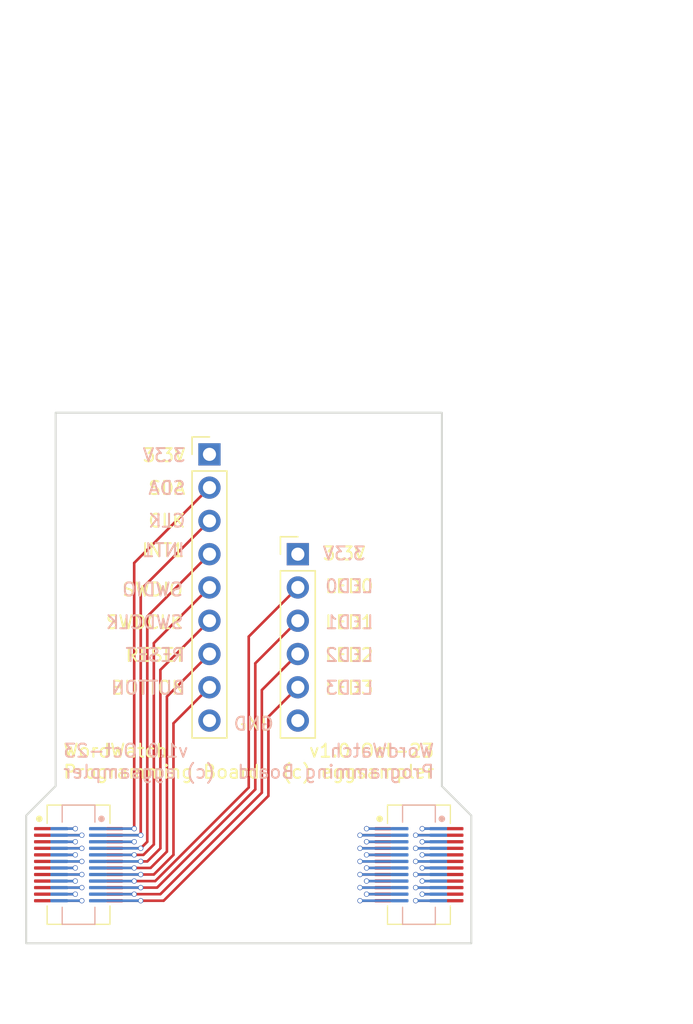
<source format=kicad_pcb>
(kicad_pcb (version 20221018) (generator pcbnew)
  (layers (0 "F.Cu" signal) (1 "In1.Cu" power) (2 "In2.Cu" power) (31 "B.Cu" signal) (34 "B.Paste" user) (35 "F.Paste" user) (36 "B.SilkS" user "B.Silkscreen") (37 "F.SilkS" user "F.Silkscreen") (38 "B.Mask" user) (39 "F.Mask" user) (44 "Edge.Cuts" user))
  (net 0 "")
  (net 1 "GND")
  (net 2 "/Connectors/ROW0")
  (net 3 "/Connectors/COL9")
  (net 4 "/Connectors/ROW1")
  (net 5 "/Connectors/COL10")
  (net 6 "/Connectors/ROW2")
  (net 7 "/Connectors/COL0")
  (net 8 "/Connectors/ROW3")
  (net 9 "/Connectors/COL1")
  (net 10 "/Connectors/ROW4")
  (net 11 "/Connectors/COL2")
  (net 12 "/Connectors/ROW5")
  (net 13 "/Connectors/COL3")
  (net 14 "/Connectors/ROW6")
  (net 15 "/Connectors/COL4")
  (net 16 "/Connectors/ROW7")
  (net 17 "/Connectors/COL5")
  (net 18 "/Connectors/ROW8")
  (net 19 "/Connectors/COL6")
  (net 20 "/Connectors/ROW9")
  (net 21 "/Connectors/COL7")
  (net 22 "/Connectors/COL8")
  (net 23 "/Connectors/RESET")
  (net 24 "VCC")
  (net 25 "/Connectors/SWDCLK")
  (net 26 "/Connectors/SWDIO")
  (net 27 "/Connectors/LED0")
  (net 28 "/Connectors/LED1")
  (net 29 "/Connectors/SDA")
  (net 30 "/Connectors/SCL")
  (net 31 "/Connectors/LED2")
  (net 32 "/Connectors/LED3")
  (net 33 "/Connectors/BUTTON")
  (net 34 "/Connectors/INT1")
  (footprint "Connector_PinHeader_2.54mm:PinHeader_1x09_P2.54mm_Vertical" (layer "F.Cu") (at 124 65.18)
    (fp_text reference "J6" hide)
    (fp_text value "Conn_01x09")
    (fp_line (start -1.33 -1.33) (end 0 -1.33) (stroke (width 0.12)) (layer "F.SilkS"))
    (fp_line (start -1.33 0) (end -1.33 -1.33) (stroke (width 0.12)) (layer "F.SilkS"))
    (fp_line (start -1.33 1.27) (end -1.33 21.65) (stroke (width 0.12)) (layer "F.SilkS"))
    (fp_line (start -1.33 1.27) (end 1.33 1.27) (stroke (width 0.12)) (layer "F.SilkS"))
    (fp_line (start -1.33 21.65) (end 1.33 21.65) (stroke (width 0.12)) (layer "F.SilkS"))
    (fp_line (start 1.33 1.27) (end 1.33 21.65) (stroke (width 0.12)) (layer "F.SilkS"))
    (pad "1" thru_hole rect (at 0 0) (size 1.7 1.7) (drill 1) (layers "*.Cu" "*.Mask") (net 24 "VCC"))
    (pad "2" thru_hole oval (at 0 2.54) (size 1.7 1.7) (drill 1) (layers "*.Cu" "*.Mask") (net 29 "/Connectors/SDA"))
    (pad "3" thru_hole oval (at 0 5.08) (size 1.7 1.7) (drill 1) (layers "*.Cu" "*.Mask") (net 30 "/Connectors/SCL"))
    (pad "4" thru_hole oval (at 0 7.62) (size 1.7 1.7) (drill 1) (layers "*.Cu" "*.Mask") (net 34 "/Connectors/INT1"))
    (pad "5" thru_hole oval (at 0 10.16) (size 1.7 1.7) (drill 1) (layers "*.Cu" "*.Mask") (net 26 "/Connectors/SWDIO"))
    (pad "6" thru_hole oval (at 0 12.7) (size 1.7 1.7) (drill 1) (layers "*.Cu" "*.Mask") (net 25 "/Connectors/SWDCLK"))
    (pad "7" thru_hole oval (at 0 15.24) (size 1.7 1.7) (drill 1) (layers "*.Cu" "*.Mask") (net 23 "/Connectors/RESET"))
    (pad "8" thru_hole oval (at 0 17.78) (size 1.7 1.7) (drill 1) (layers "*.Cu" "*.Mask") (net 33 "/Connectors/BUTTON"))
    (pad "9" thru_hole oval (at 0 20.32) (size 1.7 1.7) (drill 1) (layers "*.Cu" "*.Mask") (net 1 "GND"))
  )
  (footprint "WordWatch:X0511FVS-24AS-LPV01" (layer "F.Cu") (at 114 96.5)
    (fp_text reference "J4" hide)
    (fp_text value "X0511FVS-24AS-LPV01" hide)
    (fp_line (start -2.4 -4.55) (end -2.4 -3.15) (stroke (width 0.1)) (layer "F.SilkS"))
    (fp_line (start -2.4 -4.55) (end 2.4 -4.55) (stroke (width 0.1)) (layer "F.SilkS"))
    (fp_line (start -2.4 4.55) (end -2.4 3.15) (stroke (width 0.1)) (layer "F.SilkS"))
    (fp_line (start 2.4 -4.55) (end 2.4 -3.15) (stroke (width 0.1)) (layer "F.SilkS"))
    (fp_line (start 2.4 4.55) (end -2.4 4.55) (stroke (width 0.1)) (layer "F.SilkS"))
    (fp_line (start 2.4 4.55) (end 2.4 3.15) (stroke (width 0.1)) (layer "F.SilkS"))
    (fp_circle (center -3 -3.5) (end -2.8 -3.5) (stroke (width 0.1)) (fill solid) (layer "F.SilkS"))
    (pad "1" smd roundrect (at -2.75 -2.75) (size 1.3 0.25) (layers "F.Cu" "F.Paste" "F.Mask") (net 24 "VCC"))
    (pad "2" smd roundrect (at 2.75 -2.75) (size 1.3 0.25) (layers "F.Cu" "F.Paste" "F.Mask") (net 29 "/Connectors/SDA"))
    (pad "3" smd roundrect (at -2.75 -2.25) (size 1.3 0.25) (layers "F.Cu" "F.Paste" "F.Mask") (net 24 "VCC"))
    (pad "4" smd roundrect (at 2.75 -2.25) (size 1.3 0.25) (layers "F.Cu" "F.Paste" "F.Mask") (net 30 "/Connectors/SCL"))
    (pad "5" smd roundrect (at -2.75 -1.75) (size 1.3 0.25) (layers "F.Cu" "F.Paste" "F.Mask") (net 24 "VCC"))
    (pad "6" smd roundrect (at 2.75 -1.75) (size 1.3 0.25) (layers "F.Cu" "F.Paste" "F.Mask") (net 1 "GND"))
    (pad "7" smd roundrect (at -2.75 -1.25) (size 1.3 0.25) (layers "F.Cu" "F.Paste" "F.Mask") (net 24 "VCC"))
    (pad "8" smd roundrect (at 2.75 -1.25) (size 1.3 0.25) (layers "F.Cu" "F.Paste" "F.Mask") (net 34 "/Connectors/INT1"))
    (pad "9" smd roundrect (at -2.75 -0.75) (size 1.3 0.25) (layers "F.Cu" "F.Paste" "F.Mask") (net 24 "VCC"))
    (pad "10" smd roundrect (at 2.75 -0.75) (size 1.3 0.25) (layers "F.Cu" "F.Paste" "F.Mask") (net 26 "/Connectors/SWDIO"))
    (pad "11" smd roundrect (at -2.75 -0.25) (size 1.3 0.25) (layers "F.Cu" "F.Paste" "F.Mask") (net 24 "VCC"))
    (pad "12" smd roundrect (at 2.75 -0.25) (size 1.3 0.25) (layers "F.Cu" "F.Paste" "F.Mask") (net 25 "/Connectors/SWDCLK"))
    (pad "13" smd roundrect (at -2.75 0.25) (size 1.3 0.25) (layers "F.Cu" "F.Paste" "F.Mask") (net 1 "GND"))
    (pad "14" smd roundrect (at 2.75 0.25) (size 1.3 0.25) (layers "F.Cu" "F.Paste" "F.Mask") (net 23 "/Connectors/RESET"))
    (pad "15" smd roundrect (at -2.75 0.75) (size 1.3 0.25) (layers "F.Cu" "F.Paste" "F.Mask") (net 1 "GND"))
    (pad "16" smd roundrect (at 2.75 0.75) (size 1.3 0.25) (layers "F.Cu" "F.Paste" "F.Mask") (net 33 "/Connectors/BUTTON"))
    (pad "17" smd roundrect (at -2.75 1.25) (size 1.3 0.25) (layers "F.Cu" "F.Paste" "F.Mask") (net 1 "GND"))
    (pad "18" smd roundrect (at 2.75 1.25) (size 1.3 0.25) (layers "F.Cu" "F.Paste" "F.Mask") (net 27 "/Connectors/LED0"))
    (pad "19" smd roundrect (at -2.75 1.75) (size 1.3 0.25) (layers "F.Cu" "F.Paste" "F.Mask") (net 1 "GND"))
    (pad "20" smd roundrect (at 2.75 1.75) (size 1.3 0.25) (layers "F.Cu" "F.Paste" "F.Mask") (net 28 "/Connectors/LED1"))
    (pad "21" smd roundrect (at -2.75 2.25) (size 1.3 0.25) (layers "F.Cu" "F.Paste" "F.Mask") (net 1 "GND"))
    (pad "22" smd roundrect (at 2.75 2.25) (size 1.3 0.25) (layers "F.Cu" "F.Paste" "F.Mask") (net 31 "/Connectors/LED2"))
    (pad "23" smd roundrect (at -2.75 2.75) (size 1.3 0.25) (layers "F.Cu" "F.Paste" "F.Mask") (net 1 "GND"))
    (pad "24" smd roundrect (at 2.75 2.75) (size 1.3 0.25) (layers "F.Cu" "F.Paste" "F.Mask") (net 32 "/Connectors/LED3"))
  )
  (footprint "Connector_PinHeader_2.54mm:PinHeader_1x06_P2.54mm_Vertical" (layer "F.Cu") (at 130.75 72.8)
    (fp_text reference "J5" hide)
    (fp_text value "Conn_01x06")
    (fp_line (start -1.33 -1.33) (end 0 -1.33) (stroke (width 0.12)) (layer "F.SilkS"))
    (fp_line (start -1.33 0) (end -1.33 -1.33) (stroke (width 0.12)) (layer "F.SilkS"))
    (fp_line (start -1.33 1.27) (end -1.33 14.03) (stroke (width 0.12)) (layer "F.SilkS"))
    (fp_line (start -1.33 1.27) (end 1.33 1.27) (stroke (width 0.12)) (layer "F.SilkS"))
    (fp_line (start -1.33 14.03) (end 1.33 14.03) (stroke (width 0.12)) (layer "F.SilkS"))
    (fp_line (start 1.33 1.27) (end 1.33 14.03) (stroke (width 0.12)) (layer "F.SilkS"))
    (pad "1" thru_hole rect (at 0 0) (size 1.7 1.7) (drill 1) (layers "*.Cu" "*.Mask") (net 24 "VCC"))
    (pad "2" thru_hole oval (at 0 2.54) (size 1.7 1.7) (drill 1) (layers "*.Cu" "*.Mask") (net 27 "/Connectors/LED0"))
    (pad "3" thru_hole oval (at 0 5.08) (size 1.7 1.7) (drill 1) (layers "*.Cu" "*.Mask") (net 28 "/Connectors/LED1"))
    (pad "4" thru_hole oval (at 0 7.62) (size 1.7 1.7) (drill 1) (layers "*.Cu" "*.Mask") (net 31 "/Connectors/LED2"))
    (pad "5" thru_hole oval (at 0 10.16) (size 1.7 1.7) (drill 1) (layers "*.Cu" "*.Mask") (net 32 "/Connectors/LED3"))
    (pad "6" thru_hole oval (at 0 12.7) (size 1.7 1.7) (drill 1) (layers "*.Cu" "*.Mask") (net 1 "GND"))
  )
  (footprint "WordWatch:X0511FVS-24AS-LPV01" (layer "F.Cu") (at 140 96.5)
    (fp_text reference "J2" hide)
    (fp_text value "X0511FVS-24AS-LPV01" hide)
    (fp_line (start -2.4 -4.55) (end -2.4 -3.15) (stroke (width 0.1)) (layer "F.SilkS"))
    (fp_line (start -2.4 -4.55) (end 2.4 -4.55) (stroke (width 0.1)) (layer "F.SilkS"))
    (fp_line (start -2.4 4.55) (end -2.4 3.15) (stroke (width 0.1)) (layer "F.SilkS"))
    (fp_line (start 2.4 -4.55) (end 2.4 -3.15) (stroke (width 0.1)) (layer "F.SilkS"))
    (fp_line (start 2.4 4.55) (end -2.4 4.55) (stroke (width 0.1)) (layer "F.SilkS"))
    (fp_line (start 2.4 4.55) (end 2.4 3.15) (stroke (width 0.1)) (layer "F.SilkS"))
    (fp_circle (center -3 -3.5) (end -2.8 -3.5) (stroke (width 0.1)) (fill solid) (layer "F.SilkS"))
    (pad "1" smd roundrect (at -2.75 -2.75) (size 1.3 0.25) (layers "F.Cu" "F.Paste" "F.Mask") (net 1 "GND"))
    (pad "2" smd roundrect (at 2.75 -2.75) (size 1.3 0.25) (layers "F.Cu" "F.Paste" "F.Mask") (net 1 "GND"))
    (pad "3" smd roundrect (at -2.75 -2.25) (size 1.3 0.25) (layers "F.Cu" "F.Paste" "F.Mask") (net 3 "/Connectors/COL9"))
    (pad "4" smd roundrect (at 2.75 -2.25) (size 1.3 0.25) (layers "F.Cu" "F.Paste" "F.Mask") (net 2 "/Connectors/ROW0"))
    (pad "5" smd roundrect (at -2.75 -1.75) (size 1.3 0.25) (layers "F.Cu" "F.Paste" "F.Mask") (net 5 "/Connectors/COL10"))
    (pad "6" smd roundrect (at 2.75 -1.75) (size 1.3 0.25) (layers "F.Cu" "F.Paste" "F.Mask") (net 4 "/Connectors/ROW1"))
    (pad "7" smd roundrect (at -2.75 -1.25) (size 1.3 0.25) (layers "F.Cu" "F.Paste" "F.Mask") (net 7 "/Connectors/COL0"))
    (pad "8" smd roundrect (at 2.75 -1.25) (size 1.3 0.25) (layers "F.Cu" "F.Paste" "F.Mask") (net 6 "/Connectors/ROW2"))
    (pad "9" smd roundrect (at -2.75 -0.75) (size 1.3 0.25) (layers "F.Cu" "F.Paste" "F.Mask") (net 9 "/Connectors/COL1"))
    (pad "10" smd roundrect (at 2.75 -0.75) (size 1.3 0.25) (layers "F.Cu" "F.Paste" "F.Mask") (net 8 "/Connectors/ROW3"))
    (pad "11" smd roundrect (at -2.75 -0.25) (size 1.3 0.25) (layers "F.Cu" "F.Paste" "F.Mask") (net 11 "/Connectors/COL2"))
    (pad "12" smd roundrect (at 2.75 -0.25) (size 1.3 0.25) (layers "F.Cu" "F.Paste" "F.Mask") (net 10 "/Connectors/ROW4"))
    (pad "13" smd roundrect (at -2.75 0.25) (size 1.3 0.25) (layers "F.Cu" "F.Paste" "F.Mask") (net 13 "/Connectors/COL3"))
    (pad "14" smd roundrect (at 2.75 0.25) (size 1.3 0.25) (layers "F.Cu" "F.Paste" "F.Mask") (net 12 "/Connectors/ROW5"))
    (pad "15" smd roundrect (at -2.75 0.75) (size 1.3 0.25) (layers "F.Cu" "F.Paste" "F.Mask") (net 15 "/Connectors/COL4"))
    (pad "16" smd roundrect (at 2.75 0.75) (size 1.3 0.25) (layers "F.Cu" "F.Paste" "F.Mask") (net 14 "/Connectors/ROW6"))
    (pad "17" smd roundrect (at -2.75 1.25) (size 1.3 0.25) (layers "F.Cu" "F.Paste" "F.Mask") (net 17 "/Connectors/COL5"))
    (pad "18" smd roundrect (at 2.75 1.25) (size 1.3 0.25) (layers "F.Cu" "F.Paste" "F.Mask") (net 16 "/Connectors/ROW7"))
    (pad "19" smd roundrect (at -2.75 1.75) (size 1.3 0.25) (layers "F.Cu" "F.Paste" "F.Mask") (net 19 "/Connectors/COL6"))
    (pad "20" smd roundrect (at 2.75 1.75) (size 1.3 0.25) (layers "F.Cu" "F.Paste" "F.Mask") (net 18 "/Connectors/ROW8"))
    (pad "21" smd roundrect (at -2.75 2.25) (size 1.3 0.25) (layers "F.Cu" "F.Paste" "F.Mask") (net 21 "/Connectors/COL7"))
    (pad "22" smd roundrect (at 2.75 2.25) (size 1.3 0.25) (layers "F.Cu" "F.Paste" "F.Mask") (net 20 "/Connectors/ROW9"))
    (pad "23" smd roundrect (at -2.75 2.75) (size 1.3 0.25) (layers "F.Cu" "F.Paste" "F.Mask") (net 22 "/Connectors/COL8"))
    (pad "24" smd roundrect (at 2.75 2.75) (size 1.3 0.25) (layers "F.Cu" "F.Paste" "F.Mask") (net 1 "GND"))
  )
  (footprint "WordWatch:X0511WVS-24AS-LPV01" (layer "B.Cu") (at 140 96.5 180)
    (fp_text reference "J1" hide)
    (fp_text value "X0511WVS-24AS-LPV01" hide)
    (fp_line (start -1.25 -3.25) (end -1.25 -4.55) (stroke (width 0.1)) (layer "B.SilkS"))
    (fp_line (start -1.25 3.25) (end -1.25 4.55) (stroke (width 0.1)) (layer "B.SilkS"))
    (fp_line (start -1.25 4.55) (end 1.25 4.55) (stroke (width 0.1)) (layer "B.SilkS"))
    (fp_line (start 1.25 -4.55) (end -1.25 -4.55) (stroke (width 0.1)) (layer "B.SilkS"))
    (fp_line (start 1.25 -3.25) (end 1.25 -4.55) (stroke (width 0.1)) (layer "B.SilkS"))
    (fp_line (start 1.25 3.25) (end 1.25 4.55) (stroke (width 0.1)) (layer "B.SilkS"))
    (fp_circle (center -1.75 3.5) (end -1.55 3.5) (stroke (width 0.1)) (fill solid) (layer "B.SilkS"))
    (pad "1" smd roundrect (at -1.475 2.75 180) (size 1.35 0.25) (layers "B.Cu" "B.Paste" "B.Mask") (net 1 "GND"))
    (pad "2" smd roundrect (at 1.475 2.75 180) (size 1.35 0.25) (layers "B.Cu" "B.Paste" "B.Mask") (net 1 "GND"))
    (pad "3" smd roundrect (at -1.475 2.25 180) (size 1.35 0.25) (layers "B.Cu" "B.Paste" "B.Mask") (net 2 "/Connectors/ROW0"))
    (pad "4" smd roundrect (at 1.475 2.25 180) (size 1.35 0.25) (layers "B.Cu" "B.Paste" "B.Mask") (net 3 "/Connectors/COL9"))
    (pad "5" smd roundrect (at -1.475 1.75 180) (size 1.35 0.25) (layers "B.Cu" "B.Paste" "B.Mask") (net 4 "/Connectors/ROW1"))
    (pad "6" smd roundrect (at 1.475 1.75 180) (size 1.35 0.25) (layers "B.Cu" "B.Paste" "B.Mask") (net 5 "/Connectors/COL10"))
    (pad "7" smd roundrect (at -1.475 1.25 180) (size 1.35 0.25) (layers "B.Cu" "B.Paste" "B.Mask") (net 6 "/Connectors/ROW2"))
    (pad "8" smd roundrect (at 1.475 1.25 180) (size 1.35 0.25) (layers "B.Cu" "B.Paste" "B.Mask") (net 7 "/Connectors/COL0"))
    (pad "9" smd roundrect (at -1.475 0.75 180) (size 1.35 0.25) (layers "B.Cu" "B.Paste" "B.Mask") (net 8 "/Connectors/ROW3"))
    (pad "10" smd roundrect (at 1.475 0.75 180) (size 1.35 0.25) (layers "B.Cu" "B.Paste" "B.Mask") (net 9 "/Connectors/COL1"))
    (pad "11" smd roundrect (at -1.475 0.25 180) (size 1.35 0.25) (layers "B.Cu" "B.Paste" "B.Mask") (net 10 "/Connectors/ROW4"))
    (pad "12" smd roundrect (at 1.475 0.25 180) (size 1.35 0.25) (layers "B.Cu" "B.Paste" "B.Mask") (net 11 "/Connectors/COL2"))
    (pad "13" smd roundrect (at -1.475 -0.25 180) (size 1.35 0.25) (layers "B.Cu" "B.Paste" "B.Mask") (net 12 "/Connectors/ROW5"))
    (pad "14" smd roundrect (at 1.475 -0.25 180) (size 1.35 0.25) (layers "B.Cu" "B.Paste" "B.Mask") (net 13 "/Connectors/COL3"))
    (pad "15" smd roundrect (at -1.475 -0.75 180) (size 1.35 0.25) (layers "B.Cu" "B.Paste" "B.Mask") (net 14 "/Connectors/ROW6"))
    (pad "16" smd roundrect (at 1.475 -0.75 180) (size 1.35 0.25) (layers "B.Cu" "B.Paste" "B.Mask") (net 15 "/Connectors/COL4"))
    (pad "17" smd roundrect (at -1.475 -1.25 180) (size 1.35 0.25) (layers "B.Cu" "B.Paste" "B.Mask") (net 16 "/Connectors/ROW7"))
    (pad "18" smd roundrect (at 1.475 -1.25 180) (size 1.35 0.25) (layers "B.Cu" "B.Paste" "B.Mask") (net 17 "/Connectors/COL5"))
    (pad "19" smd roundrect (at -1.475 -1.75 180) (size 1.35 0.25) (layers "B.Cu" "B.Paste" "B.Mask") (net 18 "/Connectors/ROW8"))
    (pad "20" smd roundrect (at 1.475 -1.75 180) (size 1.35 0.25) (layers "B.Cu" "B.Paste" "B.Mask") (net 19 "/Connectors/COL6"))
    (pad "21" smd roundrect (at -1.475 -2.25 180) (size 1.35 0.25) (layers "B.Cu" "B.Paste" "B.Mask") (net 20 "/Connectors/ROW9"))
    (pad "22" smd roundrect (at 1.475 -2.25 180) (size 1.35 0.25) (layers "B.Cu" "B.Paste" "B.Mask") (net 21 "/Connectors/COL7"))
    (pad "23" smd roundrect (at -1.475 -2.75 180) (size 1.35 0.25) (layers "B.Cu" "B.Paste" "B.Mask") (net 1 "GND"))
    (pad "24" smd roundrect (at 1.475 -2.75 180) (size 1.35 0.25) (layers "B.Cu" "B.Paste" "B.Mask") (net 22 "/Connectors/COL8"))
  )
  (footprint "WordWatch:X0511WVS-24AS-LPV01" (layer "B.Cu") (at 114 96.5 180)
    (fp_text reference "J3" hide)
    (fp_text value "X0511WVS-24AS-LPV01" hide)
    (fp_line (start -1.25 -3.25) (end -1.25 -4.55) (stroke (width 0.1)) (layer "B.SilkS"))
    (fp_line (start -1.25 3.25) (end -1.25 4.55) (stroke (width 0.1)) (layer "B.SilkS"))
    (fp_line (start -1.25 4.55) (end 1.25 4.55) (stroke (width 0.1)) (layer "B.SilkS"))
    (fp_line (start 1.25 -4.55) (end -1.25 -4.55) (stroke (width 0.1)) (layer "B.SilkS"))
    (fp_line (start 1.25 -3.25) (end 1.25 -4.55) (stroke (width 0.1)) (layer "B.SilkS"))
    (fp_line (start 1.25 3.25) (end 1.25 4.55) (stroke (width 0.1)) (layer "B.SilkS"))
    (fp_circle (center -1.75 3.5) (end -1.55 3.5) (stroke (width 0.1)) (fill solid) (layer "B.SilkS"))
    (pad "1" smd roundrect (at -1.475 2.75 180) (size 1.35 0.25) (layers "B.Cu" "B.Paste" "B.Mask") (net 29 "/Connectors/SDA"))
    (pad "2" smd roundrect (at 1.475 2.75 180) (size 1.35 0.25) (layers "B.Cu" "B.Paste" "B.Mask") (net 24 "VCC"))
    (pad "3" smd roundrect (at -1.475 2.25 180) (size 1.35 0.25) (layers "B.Cu" "B.Paste" "B.Mask") (net 30 "/Connectors/SCL"))
    (pad "4" smd roundrect (at 1.475 2.25 180) (size 1.35 0.25) (layers "B.Cu" "B.Paste" "B.Mask") (net 24 "VCC"))
    (pad "5" smd roundrect (at -1.475 1.75 180) (size 1.35 0.25) (layers "B.Cu" "B.Paste" "B.Mask") (net 1 "GND"))
    (pad "6" smd roundrect (at 1.475 1.75 180) (size 1.35 0.25) (layers "B.Cu" "B.Paste" "B.Mask") (net 24 "VCC"))
    (pad "7" smd roundrect (at -1.475 1.25 180) (size 1.35 0.25) (layers "B.Cu" "B.Paste" "B.Mask") (net 34 "/Connectors/INT1"))
    (pad "8" smd roundrect (at 1.475 1.25 180) (size 1.35 0.25) (layers "B.Cu" "B.Paste" "B.Mask") (net 24 "VCC"))
    (pad "9" smd roundrect (at -1.475 0.75 180) (size 1.35 0.25) (layers "B.Cu" "B.Paste" "B.Mask") (net 26 "/Connectors/SWDIO"))
    (pad "10" smd roundrect (at 1.475 0.75 180) (size 1.35 0.25) (layers "B.Cu" "B.Paste" "B.Mask") (net 24 "VCC"))
    (pad "11" smd roundrect (at -1.475 0.25 180) (size 1.35 0.25) (layers "B.Cu" "B.Paste" "B.Mask") (net 25 "/Connectors/SWDCLK"))
    (pad "12" smd roundrect (at 1.475 0.25 180) (size 1.35 0.25) (layers "B.Cu" "B.Paste" "B.Mask") (net 24 "VCC"))
    (pad "13" smd roundrect (at -1.475 -0.25 180) (size 1.35 0.25) (layers "B.Cu" "B.Paste" "B.Mask") (net 23 "/Connectors/RESET"))
    (pad "14" smd roundrect (at 1.475 -0.25 180) (size 1.35 0.25) (layers "B.Cu" "B.Paste" "B.Mask") (net 1 "GND"))
    (pad "15" smd roundrect (at -1.475 -0.75 180) (size 1.35 0.25) (layers "B.Cu" "B.Paste" "B.Mask") (net 33 "/Connectors/BUTTON"))
    (pad "16" smd roundrect (at 1.475 -0.75 180) (size 1.35 0.25) (layers "B.Cu" "B.Paste" "B.Mask") (net 1 "GND"))
    (pad "17" smd roundrect (at -1.475 -1.25 180) (size 1.35 0.25) (layers "B.Cu" "B.Paste" "B.Mask") (net 27 "/Connectors/LED0"))
    (pad "18" smd roundrect (at 1.475 -1.25 180) (size 1.35 0.25) (layers "B.Cu" "B.Paste" "B.Mask") (net 1 "GND"))
    (pad "19" smd roundrect (at -1.475 -1.75 180) (size 1.35 0.25) (layers "B.Cu" "B.Paste" "B.Mask") (net 28 "/Connectors/LED1"))
    (pad "20" smd roundrect (at 1.475 -1.75 180) (size 1.35 0.25) (layers "B.Cu" "B.Paste" "B.Mask") (net 1 "GND"))
    (pad "21" smd roundrect (at -1.475 -2.25 180) (size 1.35 0.25) (layers "B.Cu" "B.Paste" "B.Mask") (net 31 "/Connectors/LED2"))
    (pad "22" smd roundrect (at 1.475 -2.25 180) (size 1.35 0.25) (layers "B.Cu" "B.Paste" "B.Mask") (net 1 "GND"))
    (pad "23" smd roundrect (at -1.475 -2.75 180) (size 1.35 0.25) (layers "B.Cu" "B.Paste" "B.Mask") (net 32 "/Connectors/LED3"))
    (pad "24" smd roundrect (at 1.475 -2.75 180) (size 1.35 0.25) (layers "B.Cu" "B.Paste" "B.Mask") (net 1 "GND"))
  )
  (gr_poly (pts (xy 141.75 62) (xy 112.25 62) (xy 112.25 90.5) (xy 110 92.75) (xy 110 102.5) (xy 144 102.5) (xy 144 92.75) (xy 141.75 90.5)) (stroke (width 0.15)) (fill none) (layer "Edge.Cuts"))
  (gr_text "GND" (at 129 85.75) (layer "B.SilkS") (effects (font (size 1 1)) (justify left mirror)))
  (gr_text "SDA" (at 122.25 67.75) (layer "B.SilkS") (effects (font (size 1 1)) (justify left mirror)))
  (gr_text "LED2" (at 132.75 80.5) (layer "B.SilkS") (effects (font (size 1 1)) (justify right mirror)))
  (gr_text "SWDIO" (at 117.25 75.5) (layer "B.SilkS") (effects (font (size 1 1)) (justify right mirror)))
  (gr_text "LED1" (at 132.75 78) (layer "B.SilkS") (effects (font (size 1 1)) (justify right mirror)))
  (gr_text "v1.0 Oct-23\n(c) eggsampler" (at 112.75 90) (layer "B.SilkS") (effects (font (size 1 1)) (justify right bottom mirror)))
  (gr_text "INT1" (at 118.75 72.5) (layer "B.SilkS") (effects (font (size 1 1)) (justify right mirror)))
  (gr_text "LED3" (at 132.75 83) (layer "B.SilkS") (effects (font (size 1 1)) (justify right mirror)))
  (gr_text "3.3V" (at 122.25 65.25) (layer "B.SilkS") (effects (font (size 1 1)) (justify left mirror)))
  (gr_text "CLK" (at 122.25 70.25) (layer "B.SilkS") (effects (font (size 1 1)) (justify left mirror)))
  (gr_text "WordWatch\nProgramming Board" (at 141.25 90) (layer "B.SilkS") (effects (font (size 1 1)) (justify left bottom mirror)))
  (gr_text "SWDCLK" (at 116 78) (layer "B.SilkS") (effects (font (size 1 1)) (justify right mirror)))
  (gr_text "LED0" (at 132.75 75.25) (layer "B.SilkS") (effects (font (size 1 1)) (justify right mirror)))
  (gr_text "3.3V" (at 136 72.75) (layer "B.SilkS") (effects (font (size 1 1)) (justify left mirror)))
  (gr_text "RESET" (at 117.5 80.5) (layer "B.SilkS") (effects (font (size 1 1)) (justify right mirror)))
  (gr_text "BUTTON" (at 122.25 83) (layer "B.SilkS") (effects (font (size 1 1)) (justify left mirror)))
  (gr_text "SWDCLK" (at 116 78) (layer "F.SilkS") (effects (font (size 1 1)) (justify left)))
  (gr_text "v1.0 Oct-23\n(c) eggsampler" (at 141.25 90) (layer "F.SilkS") (effects (font (size 1 1)) (justify right bottom)))
  (gr_text "WordWatch\nProgramming Board" (at 112.75 90) (layer "F.SilkS") (effects (font (size 1 1)) (justify left bottom)))
  (gr_text "SDA" (at 122.25 67.75) (layer "F.SilkS") (effects (font (size 1 1)) (justify right)))
  (gr_text "LED3" (at 132.75 83) (layer "F.SilkS") (effects (font (size 1 1)) (justify left)))
  (gr_text "SWDIO" (at 117.25 75.5) (layer "F.SilkS") (effects (font (size 1 1)) (justify left)))
  (gr_text "3.3V" (at 122.25 65.25) (layer "F.SilkS") (effects (font (size 1 1)) (justify right)))
  (gr_text "BUTTON" (at 122.25 83) (layer "F.SilkS") (effects (font (size 1 1)) (justify right)))
  (gr_text "3.3V" (at 136 72.75) (layer "F.SilkS") (effects (font (size 1 1)) (justify right)))
  (gr_text "LED1" (at 132.75 78) (layer "F.SilkS") (effects (font (size 1 1)) (justify left)))
  (gr_text "RESET" (at 117.5 80.5) (layer "F.SilkS") (effects (font (size 1 1)) (justify left)))
  (gr_text "INT1" (at 118.75 72.5) (layer "F.SilkS") (effects (font (size 1 1)) (justify left)))
  (gr_text "CLK" (at 122.25 70.25) (layer "F.SilkS") (effects (font (size 1 1)) (justify right)))
  (gr_text "GND" (at 129 85.75) (layer "F.SilkS") (effects (font (size 1 1)) (justify right)))
  (gr_text "LED0" (at 132.75 75.25) (layer "F.SilkS") (effects (font (size 1 1)) (justify left)))
  (gr_text "LED2" (at 132.75 80.5) (layer "F.SilkS") (effects (font (size 1 1)) (justify left)))
  (segment (start 111.25 97.75) (end 113.75 97.75) (width 0.2) (layer "F.Cu") (net 1))
  (segment (start 114.25 99.25) (end 111.25 99.25) (width 0.2) (layer "F.Cu") (net 1))
  (segment (start 114.25 97.25) (end 111.25 97.25) (width 0.2) (layer "F.Cu") (net 1))
  (segment (start 136 93.75) (end 137.25 93.75) (width 0.2) (layer "F.Cu") (net 1))
  (segment (start 116.75 94.75) (end 118.25 94.75) (width 0.2) (layer "F.Cu") (net 1))
  (segment (start 111.25 96.75) (end 113.75 96.75) (width 0.2) (layer "F.Cu") (net 1))
  (segment (start 140.25 93.75) (end 142.75 93.75) (width 0.2) (layer "F.Cu") (net 1))
  (segment (start 139.75 99.25) (end 142.75 99.25) (width 0.2) (layer "F.Cu") (net 1))
  (segment (start 114.25 98.25) (end 111.25 98.25) (width 0.2) (layer "F.Cu") (net 1))
  (segment (start 111.25 98.75) (end 113.75 98.75) (width 0.2) (layer "F.Cu") (net 1))
  (via (at 114.25 99.25) (size 0.4) (drill 0.3) (layers "F.Cu" "B.Cu") (net 1))
  (via (at 140.25 93.75) (size 0.4) (drill 0.3) (layers "F.Cu" "B.Cu") (net 1))
  (via (at 113.75 98.75) (size 0.4) (drill 0.3) (layers "F.Cu" "B.Cu") (net 1))
  (via (at 113.75 96.75) (size 0.4) (drill 0.3) (layers "F.Cu" "B.Cu") (net 1))
  (via (at 118.25 94.75) (size 0.4) (drill 0.3) (layers "F.Cu" "B.Cu") (net 1))
  (via (at 113.75 97.75) (size 0.4) (drill 0.3) (layers "F.Cu" "B.Cu") (net 1))
  (via (at 114.25 97.25) (size 0.4) (drill 0.3) (layers "F.Cu" "B.Cu") (net 1))
  (via (at 114.25 98.25) (size 0.4) (drill 0.3) (layers "F.Cu" "B.Cu") (net 1))
  (via (at 136 93.75) (size 0.4) (drill 0.3) (layers "F.Cu" "B.Cu") (net 1))
  (via (at 139.75 99.25) (size 0.4) (drill 0.3) (layers "F.Cu" "B.Cu") (net 1))
  (segment (start 112.525 98.75) (end 113.75 98.75) (width 0.2) (layer "B.Cu") (net 1))
  (segment (start 112.525 98.25) (end 114.25 98.25) (width 0.2) (layer "B.Cu") (net 1))
  (segment (start 112.525 97.75) (end 113.75 97.75) (width 0.2) (layer "B.Cu") (net 1))
  (segment (start 112.525 97.25) (end 114.25 97.25) (width 0.2) (layer "B.Cu") (net 1))
  (segment (start 112.525 99.25) (end 114.25 99.25) (width 0.2) (layer "B.Cu") (net 1))
  (segment (start 141.475 93.75) (end 140.25 93.75) (width 0.2) (layer "B.Cu") (net 1))
  (segment (start 112.525 96.75) (end 113.75 96.75) (width 0.2) (layer "B.Cu") (net 1))
  (segment (start 141.475 99.25) (end 139.75 99.25) (width 0.2) (layer "B.Cu") (net 1))
  (segment (start 138.525 93.75) (end 136 93.75) (width 0.2) (layer "B.Cu") (net 1))
  (segment (start 118.25 94.75) (end 115.475 94.75) (width 0.2) (layer "B.Cu") (net 1))
  (segment (start 139.75 94.25) (end 142.75 94.25) (width 0.2) (layer "F.Cu") (net 2))
  (via (at 139.75 94.25) (size 0.4) (drill 0.3) (layers "F.Cu" "B.Cu") (net 2))
  (segment (start 141.475 94.25) (end 139.75 94.25) (width 0.2) (layer "B.Cu") (net 2))
  (segment (start 135.5 94.25) (end 137.25 94.25) (width 0.2) (layer "F.Cu") (net 3))
  (via (at 135.5 94.25) (size 0.4) (drill 0.3) (layers "F.Cu" "B.Cu") (net 3))
  (segment (start 138.525 94.25) (end 135.5 94.25) (width 0.2) (layer "B.Cu") (net 3))
  (segment (start 140.25 94.75) (end 142.75 94.75) (width 0.2) (layer "F.Cu") (net 4))
  (via (at 140.25 94.75) (size 0.4) (drill 0.3) (layers "F.Cu" "B.Cu") (net 4))
  (segment (start 141.475 94.75) (end 140.25 94.75) (width 0.2) (layer "B.Cu") (net 4))
  (segment (start 136 94.75) (end 137.25 94.75) (width 0.2) (layer "F.Cu") (net 5))
  (via (at 136 94.75) (size 0.4) (drill 0.3) (layers "F.Cu" "B.Cu") (net 5))
  (segment (start 138.525 94.75) (end 136 94.75) (width 0.2) (layer "B.Cu") (net 5))
  (segment (start 139.75 95.25) (end 142.75 95.25) (width 0.2) (layer "F.Cu") (net 6))
  (via (at 139.75 95.25) (size 0.4) (drill 0.3) (layers "F.Cu" "B.Cu") (net 6))
  (segment (start 141.475 95.25) (end 139.75 95.25) (width 0.2) (layer "B.Cu") (net 6))
  (segment (start 135.5 95.25) (end 137.25 95.25) (width 0.2) (layer "F.Cu") (net 7))
  (via (at 135.5 95.25) (size 0.4) (drill 0.3) (layers "F.Cu" "B.Cu") (net 7))
  (segment (start 138.525 95.25) (end 135.5 95.25) (width 0.2) (layer "B.Cu") (net 7))
  (segment (start 140.25 95.75) (end 142.75 95.75) (width 0.2) (layer "F.Cu") (net 8))
  (via (at 140.25 95.75) (size 0.4) (drill 0.3) (layers "F.Cu" "B.Cu") (net 8))
  (segment (start 141.475 95.75) (end 140.25 95.75) (width 0.2) (layer "B.Cu") (net 8))
  (segment (start 136 95.75) (end 137.25 95.75) (width 0.2) (layer "F.Cu") (net 9))
  (via (at 136 95.75) (size 0.4) (drill 0.3) (layers "F.Cu" "B.Cu") (net 9))
  (segment (start 138.525 95.75) (end 136 95.75) (width 0.2) (layer "B.Cu") (net 9))
  (segment (start 139.75 96.25) (end 142.75 96.25) (width 0.2) (layer "F.Cu") (net 10))
  (via (at 139.75 96.25) (size 0.4) (drill 0.3) (layers "F.Cu" "B.Cu") (net 10))
  (segment (start 141.475 96.25) (end 139.75 96.25) (width 0.2) (layer "B.Cu") (net 10))
  (segment (start 135.5 96.25) (end 137.25 96.25) (width 0.2) (layer "F.Cu") (net 11))
  (via (at 135.5 96.25) (size 0.4) (drill 0.3) (layers "F.Cu" "B.Cu") (net 11))
  (segment (start 138.525 96.25) (end 135.5 96.25) (width 0.2) (layer "B.Cu") (net 11))
  (segment (start 140.25 96.75) (end 142.75 96.75) (width 0.2) (layer "F.Cu") (net 12))
  (via (at 140.25 96.75) (size 0.4) (drill 0.3) (layers "F.Cu" "B.Cu") (net 12))
  (segment (start 141.475 96.75) (end 140.25 96.75) (width 0.2) (layer "B.Cu") (net 12))
  (segment (start 136 96.75) (end 137.25 96.75) (width 0.2) (layer "F.Cu") (net 13))
  (via (at 136 96.75) (size 0.4) (drill 0.3) (layers "F.Cu" "B.Cu") (net 13))
  (segment (start 138.525 96.75) (end 136 96.75) (width 0.2) (layer "B.Cu") (net 13))
  (segment (start 139.75 97.25) (end 142.75 97.25) (width 0.2) (layer "F.Cu") (net 14))
  (via (at 139.75 97.25) (size 0.4) (drill 0.3) (layers "F.Cu" "B.Cu") (net 14))
  (segment (start 141.475 97.25) (end 139.75 97.25) (width 0.2) (layer "B.Cu") (net 14))
  (segment (start 135.5 97.25) (end 137.25 97.25) (width 0.2) (layer "F.Cu") (net 15))
  (via (at 135.5 97.25) (size 0.4) (drill 0.3) (layers "F.Cu" "B.Cu") (net 15))
  (segment (start 138.525 97.25) (end 135.5 97.25) (width 0.2) (layer "B.Cu") (net 15))
  (segment (start 140.25 97.75) (end 142.75 97.75) (width 0.2) (layer "F.Cu") (net 16))
  (via (at 140.25 97.75) (size 0.4) (drill 0.3) (layers "F.Cu" "B.Cu") (net 16))
  (segment (start 141.475 97.75) (end 140.25 97.75) (width 0.2) (layer "B.Cu") (net 16))
  (segment (start 136 97.75) (end 137.25 97.75) (width 0.2) (layer "F.Cu") (net 17))
  (via (at 136 97.75) (size 0.4) (drill 0.3) (layers "F.Cu" "B.Cu") (net 17))
  (segment (start 138.525 97.75) (end 136 97.75) (width 0.2) (layer "B.Cu") (net 17))
  (segment (start 139.75 98.25) (end 142.75 98.25) (width 0.2) (layer "F.Cu") (net 18))
  (via (at 139.75 98.25) (size 0.4) (drill 0.3) (layers "F.Cu" "B.Cu") (net 18))
  (segment (start 141.475 98.25) (end 139.75 98.25) (width 0.2) (layer "B.Cu") (net 18))
  (segment (start 135.5 98.25) (end 137.25 98.25) (width 0.2) (layer "F.Cu") (net 19))
  (via (at 135.5 98.25) (size 0.4) (drill 0.3) (layers "F.Cu" "B.Cu") (net 19))
  (segment (start 138.525 98.25) (end 135.5 98.25) (width 0.2) (layer "B.Cu") (net 19))
  (segment (start 140.25 98.75) (end 142.75 98.75) (width 0.2) (layer "F.Cu") (net 20))
  (via (at 140.25 98.75) (size 0.4) (drill 0.3) (layers "F.Cu" "B.Cu") (net 20))
  (segment (start 141.475 98.75) (end 140.25 98.75) (width 0.2) (layer "B.Cu") (net 20))
  (segment (start 136 98.75) (end 137.25 98.75) (width 0.2) (layer "F.Cu") (net 21))
  (via (at 136 98.75) (size 0.4) (drill 0.3) (layers "F.Cu" "B.Cu") (net 21))
  (segment (start 138.525 98.75) (end 136 98.75) (width 0.2) (layer "B.Cu") (net 21))
  (segment (start 135.5 99.25) (end 137.25 99.25) (width 0.2) (layer "F.Cu") (net 22))
  (via (at 135.5 99.25) (size 0.4) (drill 0.3) (layers "F.Cu" "B.Cu") (net 22))
  (segment (start 138.525 99.25) (end 135.5 99.25) (width 0.2) (layer "B.Cu") (net 22))
  (segment (start 116.75 96.75) (end 118.25 96.75) (width 0.2) (layer "F.Cu") (net 23))
  (segment (start 118.25 96.75) (end 119.5 96.75) (width 0.2) (layer "F.Cu") (net 23))
  (segment (start 120.75 95.5) (end 120.75 83.67) (width 0.2) (layer "F.Cu") (net 23))
  (segment (start 120.75 83.67) (end 124 80.42) (width 0.2) (layer "F.Cu") (net 23))
  (segment (start 119.5 96.75) (end 120.75 95.5) (width 0.2) (layer "F.Cu") (net 23))
  (via (at 118.25 96.75) (size 0.4) (drill 0.3) (layers "F.Cu" "B.Cu") (net 23))
  (segment (start 118.25 96.75) (end 115.475 96.75) (width 0.2) (layer "B.Cu") (net 23))
  (segment (start 114.25 95.25) (end 111.25 95.25) (width 0.2) (layer "F.Cu") (net 24))
  (segment (start 114.25 94.25) (end 111.25 94.25) (width 0.2) (layer "F.Cu") (net 24))
  (segment (start 111.25 93.75) (end 113.75 93.75) (width 0.2) (layer "F.Cu") (net 24))
  (segment (start 111.25 94.75) (end 113.75 94.75) (width 0.2) (layer "F.Cu") (net 24))
  (segment (start 111.25 95.75) (end 113.75 95.75) (width 0.2) (layer "F.Cu") (net 24))
  (segment (start 114.25 96.25) (end 111.25 96.25) (width 0.2) (layer "F.Cu") (net 24))
  (via (at 114.25 94.25) (size 0.4) (drill 0.3) (layers "F.Cu" "B.Cu") (net 24))
  (via (at 114.25 95.25) (size 0.4) (drill 0.3) (layers "F.Cu" "B.Cu") (net 24))
  (via (at 113.75 95.75) (size 0.4) (drill 0.3) (layers "F.Cu" "B.Cu") (net 24))
  (via (at 113.75 93.75) (size 0.4) (drill 0.3) (layers "F.Cu" "B.Cu") (net 24))
  (via (at 113.75 94.75) (size 0.4) (drill 0.3) (layers "F.Cu" "B.Cu") (net 24))
  (via (at 114.25 96.25) (size 0.4) (drill 0.3) (layers "F.Cu" "B.Cu") (net 24))
  (segment (start 112.525 95.75) (end 113.75 95.75) (width 0.2) (layer "B.Cu") (net 24))
  (segment (start 112.525 94.75) (end 113.75 94.75) (width 0.2) (layer "B.Cu") (net 24))
  (segment (start 112.525 94.25) (end 114.25 94.25) (width 0.2) (layer "B.Cu") (net 24))
  (segment (start 112.525 96.25) (end 114.25 96.25) (width 0.2) (layer "B.Cu") (net 24))
  (segment (start 112.525 95.25) (end 114.25 95.25) (width 0.2) (layer "B.Cu") (net 24))
  (segment (start 112.525 93.75) (end 113.75 93.75) (width 0.2) (layer "B.Cu") (net 24))
  (segment (start 116.75 96.25) (end 118.75 96.25) (width 0.2) (layer "F.Cu") (net 25))
  (segment (start 119.25 96.25) (end 120.25 95.25) (width 0.2) (layer "F.Cu") (net 25))
  (segment (start 120.25 95.25) (end 120.25 81.63) (width 0.2) (layer "F.Cu") (net 25))
  (segment (start 118.75 96.25) (end 119.25 96.25) (width 0.2) (layer "F.Cu") (net 25))
  (segment (start 120.25 81.63) (end 124 77.88) (width 0.2) (layer "F.Cu") (net 25))
  (via (at 118.75 96.25) (size 0.4) (drill 0.3) (layers "F.Cu" "B.Cu") (net 25))
  (segment (start 118.75 96.25) (end 115.475 96.25) (width 0.2) (layer "B.Cu") (net 25))
  (segment (start 119.75 79.59) (end 124 75.34) (width 0.2) (layer "F.Cu") (net 26))
  (segment (start 119.75 94.957107) (end 119.75 79.59) (width 0.2) (layer "F.Cu") (net 26))
  (segment (start 118.957107 95.75) (end 119.75 94.957107) (width 0.2) (layer "F.Cu") (net 26))
  (segment (start 118.25 95.75) (end 118.957107 95.75) (width 0.2) (layer "F.Cu") (net 26))
  (segment (start 116.75 95.75) (end 118.25 95.75) (width 0.2) (layer "F.Cu") (net 26))
  (via (at 118.25 95.75) (size 0.4) (drill 0.3) (layers "F.Cu" "B.Cu") (net 26))
  (segment (start 118.25 95.75) (end 115.475 95.75) (width 0.2) (layer "B.Cu") (net 26))
  (segment (start 116.75 97.75) (end 118.25 97.75) (width 0.2) (layer "F.Cu") (net 27))
  (segment (start 119.858345 97.75) (end 118.25 97.75) (width 0.2) (layer "F.Cu") (net 27))
  (segment (start 127 79.09) (end 127 90.608345) (width 0.2) (layer "F.Cu") (net 27))
  (segment (start 130.75 75.34) (end 127 79.09) (width 0.2) (layer "F.Cu") (net 27))
  (segment (start 127 90.608345) (end 119.858345 97.75) (width 0.2) (layer "F.Cu") (net 27))
  (via (at 118.25 97.75) (size 0.4) (drill 0.3) (layers "F.Cu" "B.Cu") (net 27))
  (segment (start 118.25 97.75) (end 115.475 97.75) (width 0.2) (layer "B.Cu") (net 27))
  (segment (start 120 98.25) (end 127.5 90.75) (width 0.2) (layer "F.Cu") (net 28))
  (segment (start 127.5 81.13) (end 130.75 77.88) (width 0.2) (layer "F.Cu") (net 28))
  (segment (start 127.5 90.75) (end 127.5 81.13) (width 0.2) (layer "F.Cu") (net 28))
  (segment (start 118.75 98.25) (end 120 98.25) (width 0.2) (layer "F.Cu") (net 28))
  (segment (start 116.75 98.25) (end 118.75 98.25) (width 0.2) (layer "F.Cu") (net 28))
  (via (at 118.75 98.25) (size 0.4) (drill 0.3) (layers "F.Cu" "B.Cu") (net 28))
  (segment (start 118.75 98.25) (end 115.475 98.25) (width 0.2) (layer "B.Cu") (net 28))
  (segment (start 118.25 93.75) (end 118.25 73.47) (width 0.2) (layer "F.Cu") (net 29))
  (segment (start 116.75 93.75) (end 118.25 93.75) (width 0.2) (layer "F.Cu") (net 29))
  (segment (start 118.25 73.47) (end 124 67.72) (width 0.2) (layer "F.Cu") (net 29))
  (via (at 118.25 93.75) (size 0.4) (drill 0.3) (layers "F.Cu" "B.Cu") (net 29))
  (segment (start 118.25 93.75) (end 115.475 93.75) (width 0.2) (layer "B.Cu") (net 29))
  (segment (start 118.75 94.25) (end 118.75 75.51) (width 0.2) (layer "F.Cu") (net 30))
  (segment (start 118.75 75.51) (end 124 70.26) (width 0.2) (layer "F.Cu") (net 30))
  (segment (start 116.75 94.25) (end 118.75 94.25) (width 0.2) (layer "F.Cu") (net 30))
  (via (at 118.75 94.25) (size 0.4) (drill 0.3) (layers "F.Cu" "B.Cu") (net 30))
  (segment (start 118.75 94.25) (end 115.475 94.25) (width 0.2) (layer "B.Cu") (net 30))
  (segment (start 118.25 98.75) (end 120.25 98.75) (width 0.2) (layer "F.Cu") (net 31))
  (segment (start 128 91) (end 128 83.17) (width 0.2) (layer "F.Cu") (net 31))
  (segment (start 128 83.17) (end 130.75 80.42) (width 0.2) (layer "F.Cu") (net 31))
  (segment (start 120.25 98.75) (end 128 91) (width 0.2) (layer "F.Cu") (net 31))
  (segment (start 116.75 98.75) (end 118.25 98.75) (width 0.2) (layer "F.Cu") (net 31))
  (via (at 118.25 98.75) (size 0.4) (drill 0.3) (layers "F.Cu" "B.Cu") (net 31))
  (segment (start 118.25 98.75) (end 115.475 98.75) (width 0.2) (layer "B.Cu") (net 31))
  (segment (start 128.5 91.25) (end 128.5 85.21) (width 0.2) (layer "F.Cu") (net 32))
  (segment (start 120.5 99.25) (end 128.5 91.25) (width 0.2) (layer "F.Cu") (net 32))
  (segment (start 118.75 99.25) (end 120.5 99.25) (width 0.2) (layer "F.Cu") (net 32))
  (segment (start 128.5 85.21) (end 130.75 82.96) (width 0.2) (layer "F.Cu") (net 32))
  (segment (start 116.75 99.25) (end 118.75 99.25) (width 0.2) (layer "F.Cu") (net 32))
  (via (at 118.75 99.25) (size 0.4) (drill 0.3) (layers "F.Cu" "B.Cu") (net 32))
  (segment (start 118.75 99.25) (end 115.475 99.25) (width 0.2) (layer "B.Cu") (net 32))
  (segment (start 116.75 97.25) (end 118.75 97.25) (width 0.2) (layer "F.Cu") (net 33))
  (segment (start 119.75 97.25) (end 118.75 97.25) (width 0.2) (layer "F.Cu") (net 33))
  (segment (start 121.25 95.75) (end 119.75 97.25) (width 0.2) (layer "F.Cu") (net 33))
  (segment (start 121.25 85.71) (end 121.25 95.75) (width 0.2) (layer "F.Cu") (net 33))
  (segment (start 124 82.96) (end 121.25 85.71) (width 0.2) (layer "F.Cu") (net 33))
  (via (at 118.75 97.25) (size 0.4) (drill 0.3) (layers "F.Cu" "B.Cu") (net 33))
  (segment (start 118.75 97.25) (end 115.475 97.25) (width 0.2) (layer "B.Cu") (net 33))
  (segment (start 116.75 95.25) (end 118.75 95.25) (width 0.2) (layer "F.Cu") (net 34))
  (segment (start 119.25 77.55) (end 124 72.8) (width 0.2) (layer "F.Cu") (net 34))
  (segment (start 119.25 94.75) (end 119.25 77.55) (width 0.2) (layer "F.Cu") (net 34))
  (segment (start 118.75 95.25) (end 119.25 94.75) (width 0.2) (layer "F.Cu") (net 34))
  (via (at 118.75 95.25) (size 0.4) (drill 0.3) (layers "F.Cu" "B.Cu") (net 34))
  (segment (start 118.75 95.25) (end 115.475 95.25) (width 0.2) (layer "B.Cu") (net 34))
)
</source>
